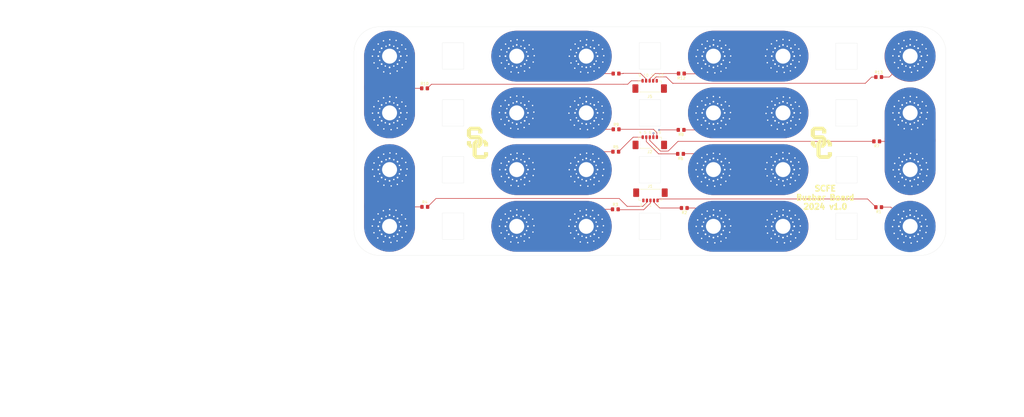
<source format=kicad_pcb>
(kicad_pcb (version 20240108) (generator "pcbnew") (generator_version "8.0")
  (layers (0 "F.Cu" signal) (1 "In1.Cu" signal) (2 "In2.Cu" signal) (3 "In3.Cu" signal) (4 "In4.Cu" signal) (31 "B.Cu" signal) (34 "B.Paste" user) (35 "F.Paste" user) (36 "B.SilkS" user "B.Silkscreen") (37 "F.SilkS" user "F.Silkscreen") (38 "B.Mask" user) (39 "F.Mask" user) (44 "Edge.Cuts" user))
  (net 0 "")
  (net 1 "Net-(H1-Pad1)")
  (net 2 "Net-(H24-Pad1)")
  (net 3 "Net-(J5-Pin_4)")
  (net 4 "Net-(J5-Pin_3)")
  (net 5 "Net-(H10-Pad1)")
  (net 6 "Net-(H22-Pad1)")
  (net 7 "Net-(H20-Pad1)")
  (net 8 "Net-(J5-Pin_2)")
  (net 9 "Net-(H18-Pad1)")
  (net 10 "Net-(J5-Pin_1)")
  (net 11 "Net-(H16-Pad1)")
  (net 12 "Net-(H14-Pad1)")
  (net 13 "Net-(H12-Pad1)")
  (net 14 "Net-(H8-Pad1)")
  (net 15 "Net-(J1-Pin_4)")
  (net 16 "Net-(H6-Pad1)")
  (net 17 "Net-(H4-Pad1)")
  (net 18 "Net-(J1-Pin_3)")
  (net 19 "Net-(H2-Pad1)")
  (net 20 "Net-(J1-Pin_2)")
  (net 21 "Net-(J1-Pin_1)")
  (net 24 "Net-(J2-Pin_5)")
  (net 25 "Net-(J2-Pin_4)")
  (net 26 "Net-(J2-Pin_3)")
  (net 27 "Net-(J2-Pin_2)")
  (net 28 "Net-(J2-Pin_1)")
  (footprint "MountingHole:MountingHole_5.3mm_M5_Pad_Via" (layer "F.Cu") (at 167.82 105.9)
    (property "Reference" "H3" (hide yes))
    (property "Value" "MountingHole_Pad")
  )
  (footprint "MountingHole:MountingHole_5.3mm_M5_Pad_Via" (layer "F.Cu") (at 192.44 105.9)
    (property "Reference" "H2" (hide yes))
    (property "Value" "MountingHole_Pad")
  )
  (footprint "MountingHole:MountingHole_5.3mm_M5_Pad_Via" (layer "F.Cu") (at 192.44 65.7)
    (property "Reference" "H14" (hide yes))
    (property "Value" "MountingHole_Pad")
  )
  (footprint "LOGO" (layer "F.Cu") (at 206 76.3)
    (property "Reference" "G***" (hide yes))
    (property "Value" "LOGO" (hide yes))
  )
  (footprint "Resistor_SMD:R_0805_2012Metric_Pad1.20x1.40mm_HandSolder" (layer "F.Cu") (at 226.3 99.1 180)
    (property "Reference" "R1")
    (property "Value" "RL0805FR-070R25L")
  )
  (footprint "Resistor_SMD:R_0805_2012Metric_Pad1.20x1.40mm_HandSolder" (layer "F.Cu") (at 156.375 71.725 180)
    (property "Reference" "R8")
    (property "Value" "RL0805FR-070R25L")
  )
  (footprint "LOGO" (layer "F.Cu") (at 84.3 76.3)
    (property "Reference" "G***" (hide yes))
    (property "Value" "LOGO" (hide yes))
  )
  (footprint "MountingHole:MountingHole_5.3mm_M5_Pad_Via" (layer "F.Cu") (at 53.2 85.8)
    (property "Reference" "H7" (hide yes))
    (property "Value" "MountingHole_Pad")
  )
  (footprint "MountingHole:MountingHole_5.3mm_M5_Pad_Via" (layer "F.Cu") (at 53.2 105.9)
    (property "Reference" "H6" (hide yes))
    (property "Value" "MountingHole_Pad")
  )
  (footprint "MountingHole:MountingHole_5.3mm_M5_Pad_Via" (layer "F.Cu") (at 237.44 105.9)
    (property "Reference" "H1" (hide yes))
    (property "Value" "MountingHole_Pad")
  )
  (footprint "MountingHole:MountingHole_5.3mm_M5_Pad_Via" (layer "F.Cu") (at 192.44 85.8)
    (property "Reference" "H11" (hide yes))
    (property "Value" "MountingHole_Pad")
  )
  (footprint "MountingHole:MountingHole_5.3mm_M5_Pad_Via" (layer "F.Cu") (at 53.2 45.6)
    (property "Reference" "H19" (hide yes))
    (property "Value" "MountingHole_Pad")
  )
  (footprint "Resistor_SMD:R_0805_2012Metric_Pad1.20x1.40mm_HandSolder" (layer "F.Cu") (at 156.475 51.75 180)
    (property "Reference" "R12")
    (property "Value" "RL0805FR-070R25L")
  )
  (footprint "MountingHole:MountingHole_5.3mm_M5_Pad_Via" (layer "F.Cu") (at 53.2 65.7)
    (property "Reference" "H18" (hide yes))
    (property "Value" "MountingHole_Pad")
  )
  (footprint "Connector_Molex:Molex_PicoBlade_53398-0571_1x05-1MP_P1.25mm_Vertical" (layer "F.Cu") (at 145.3 75.55)
    (property "Reference" "J2")
    (property "Value" "Conn_01x05_Socket")
  )
  (footprint "Resistor_SMD:R_0805_2012Metric_Pad1.20x1.40mm_HandSolder" (layer "F.Cu") (at 226.3 53)
    (property "Reference" "R13")
    (property "Value" "RL0805FR-070R25L")
  )
  (footprint "MountingHole:MountingHole_5.3mm_M5_Pad_Via" (layer "F.Cu") (at 167.82 85.8)
    (property "Reference" "H10" (hide yes))
    (property "Value" "MountingHole_Pad")
  )
  (footprint "Resistor_SMD:R_0805_2012Metric_Pad1.20x1.40mm_HandSolder" (layer "F.Cu") (at 133.1 99.875)
    (property "Reference" "R3")
    (property "Value" "RL0805FR-070R25L")
  )
  (footprint "MountingHole:MountingHole_5.3mm_M5_Pad_Via" (layer "F.Cu") (at 122.82 105.9)
    (property "Reference" "H4" (hide yes))
    (property "Value" "MountingHole_Pad")
  )
  (footprint "MountingHole:MountingHole_5.3mm_M5_Pad_Via" (layer "F.Cu") (at 98.2 85.8)
    (property "Reference" "H8" (hide yes))
    (property "Value" "MountingHole_Pad")
  )
  (footprint "MountingHole:MountingHole_5.3mm_M5_Pad_Via" (layer "F.Cu") (at 237.44 85.8)
    (property "Reference" "H12" (hide yes))
    (property "Value" "MountingHole_Pad")
  )
  (footprint "MountingHole:MountingHole_5.3mm_M5_Pad_Via" (layer "F.Cu") (at 122.82 65.7)
    (property "Reference" "H16" (hide yes))
    (property "Value" "MountingHole_Pad")
  )
  (footprint "Resistor_SMD:R_0805_2012Metric_Pad1.20x1.40mm_HandSolder" (layer "F.Cu") (at 65.575 57)
    (property "Reference" "R10")
    (property "Value" "RL0805FR-070R25L")
  )
  (footprint "MountingHole:MountingHole_5.3mm_M5_Pad_Via" (layer "F.Cu") (at 98.2 65.7)
    (property "Reference" "H17" (hide yes))
    (property "Value" "MountingHole_Pad")
  )
  (footprint "MountingHole:MountingHole_5.3mm_M5_Pad_Via" (layer "F.Cu") (at 237.44 65.7)
    (property "Reference" "H13" (hide yes))
    (property "Value" "MountingHole_Pad")
  )
  (footprint "MountingHole:MountingHole_5.3mm_M5_Pad_Via" (layer "F.Cu") (at 122.82 85.8)
    (property "Reference" "H9" (hide yes))
    (property "Value" "MountingHole_Pad")
  )
  (footprint "Resistor_SMD:R_0805_2012Metric_Pad1.20x1.40mm_HandSolder" (layer "F.Cu") (at 65.6625 99)
    (property "Reference" "R4")
    (property "Value" "RL0805FR-070R25L")
  )
  (footprint "MountingHole:MountingHole_5.3mm_M5_Pad_Via" (layer "F.Cu") (at 167.82 65.7)
    (property "Reference" "H15" (hide yes))
    (property "Value" "MountingHole_Pad")
  )
  (footprint "Resistor_SMD:R_0805_2012Metric_Pad1.20x1.40mm_HandSolder" (layer "F.Cu") (at 133.375 71.525)
    (property "Reference" "R9")
    (property "Value" "RL0805FR-070R25L")
  )
  (footprint "MountingHole:MountingHole_5.3mm_M5_Pad_Via" (layer "F.Cu") (at 98.2 105.9)
    (property "Reference" "H5" (hide yes))
    (property "Value" "MountingHole_Pad")
  )
  (footprint "Resistor_SMD:R_0805_2012Metric_Pad1.20x1.40mm_HandSolder" (layer "F.Cu") (at 225.6 75.8 180)
    (property "Reference" "R7")
    (property "Value" "RL0805FR-070R25L")
  )
  (footprint "Connector_Molex:Molex_PicoBlade_53398-0571_1x05-1MP_P1.25mm_Vertical" (layer "F.Cu") (at 145.525 95.475 180)
    (property "Reference" "J1")
    (property "Value" "Conn_01x05_Socket")
  )
  (footprint "Resistor_SMD:R_0805_2012Metric_Pad1.20x1.40mm_HandSolder" (layer "F.Cu") (at 156.175 80.225 180)
    (property "Reference" "R6")
    (property "Value" "RL0805FR-070R25L")
  )
  (footprint "MountingHole:MountingHole_5.3mm_M5_Pad_Via" (layer "F.Cu") (at 192.44 45.6)
    (property "Reference" "H23" (hide yes))
    (property "Value" "MountingHole_Pad")
  )
  (footprint "Resistor_SMD:R_0805_2012Metric_Pad1.20x1.40mm_HandSolder" (layer "F.Cu") (at 133.35 51.775)
    (property "Reference" "R11" (hide yes))
    (property "Value" "RL0805FR-070R25L")
  )
  (footprint "MountingHole:MountingHole_5.3mm_M5_Pad_Via" (layer "F.Cu") (at 98.2 45.6)
    (property "Reference" "H20" (hide yes))
    (property "Value" "MountingHole_Pad")
  )
  (footprint "Resistor_SMD:R_0805_2012Metric_Pad1.20x1.40mm_HandSolder" (layer "F.Cu") (at 157.5 99.4 180)
    (property "Reference" "R2")
    (property "Value" "RL0805FR-070R25L")
  )
  (footprint "MountingHole:MountingHole_5.3mm_M5_Pad_Via" (layer "F.Cu") (at 167.82 45.6)
    (property "Reference" "H22" (hide yes))
    (property "Value" "MountingHole_Pad")
  )
  (footprint "MountingHole:MountingHole_5.3mm_M5_Pad_Via" (layer "F.Cu") (at 237.44 45.6)
    (property "Reference" "H24" (hide yes))
    (property "Value" "MountingHole_Pad")
  )
  (footprint "MountingHole:MountingHole_5.3mm_M5_Pad_Via" (layer "F.Cu") (at 122.82 45.6)
    (property "Reference" "H21" (hide yes))
    (property "Value" "MountingHole_Pad")
  )
  (footprint "Connector_Molex:Molex_PicoBlade_53398-0571_1x05-1MP_P1.25mm_Vertical" (layer "F.Cu") (at 145.25 55.575)
    (property "Reference" "J5")
    (property "Value" "Conn_01x05_Socket")
  )
  (footprint "Resistor_SMD:R_0805_2012Metric_Pad1.20x1.40mm_HandSolder" (layer "F.Cu") (at 133.25 79.45)
    (property "Reference" "R5")
    (property "Value" "RL0805FR-070R25L")
  )
  (gr_rect (start 71.9 61.05) (end 79.5 70.4) (stroke (width 0.05)) (fill none) (layer "Edge.Cuts"))
  (gr_arc (start 241.2 35.200001) (mid 247.533543 37.905598) (end 250.100035 44.296775) (stroke (width 0.05)) (layer "Edge.Cuts"))
  (gr_rect (start 141.5 101.25) (end 149.1 110.6) (stroke (width 0.05)) (fill none) (layer "Edge.Cuts"))
  (gr_rect (start 211.1 61.05) (end 218.7 70.4) (stroke (width 0.05)) (fill none) (layer "Edge.Cuts"))
  (gr_arc (start 40.603226 44.100035) (mid 43.308823 37.766492) (end 49.7 35.2) (stroke (width 0.05)) (layer "Edge.Cuts"))
  (gr_rect (start 141.5 61.05) (end 149.1 70.4) (stroke (width 0.05)) (fill none) (layer "Edge.Cuts"))
  (gr_line (start 250.100035 44.296775) (end 250.096774 107.299965) (stroke (width 0.05)) (layer "Edge.Cuts"))
  (gr_line (start 49.7 35.2) (end 241.2 35.200001) (stroke (width 0.05)) (layer "Edge.Cuts"))
  (gr_rect (start 141.5 40.85) (end 149.1 50.2) (stroke (width 0.05)) (fill none) (layer "Edge.Cuts"))
  (gr_rect (start 211.1 101.25) (end 218.7 110.6) (stroke (width 0.05)) (fill none) (layer "Edge.Cuts"))
  (gr_rect (start 71.9 40.9) (end 79.5 50.25) (stroke (width 0.05)) (fill none) (layer "Edge.Cuts"))
  (gr_rect (start 71.9 101.15) (end 79.5 110.5) (stroke (width 0.05)) (fill none) (layer "Edge.Cuts"))
  (gr_rect (start 141.5 81.15) (end 149.1 90.5) (stroke (width 0.05)) (fill none) (layer "Edge.Cuts"))
  (gr_line (start 40.6 107.1) (end 40.603226 44.100035) (stroke (width 0.05)) (layer "Edge.Cuts"))
  (gr_rect (start 211.2 81.15) (end 218.7 90.5) (stroke (width 0.05)) (fill none) (layer "Edge.Cuts"))
  (gr_rect (start 71.9 81.15) (end 79.5 90.5) (stroke (width 0.05)) (fill none) (layer "Edge.Cuts"))
  (gr_rect (start 211.1 40.95) (end 218.7 50.3) (stroke (width 0.05)) (fill none) (layer "Edge.Cuts"))
  (gr_line (start 241 116.2) (end 49.500035 116.196774) (stroke (width 0.05)) (layer "Edge.Cuts"))
  (gr_arc (start 49.500035 116.196774) (mid 43.166492 113.491177) (end 40.6 107.1) (stroke (width 0.05)) (layer "Edge.Cuts"))
  (gr_arc (start 250.096774 107.299965) (mid 247.391177 113.633508) (end 241 116.2) (stroke (width 0.05)) (layer "Edge.Cuts"))
  (gr_text "3 2 1 -1" (at 141.6 99 0) (layer "F.SilkS") (effects (font (size 1 1) (thickness 0.1)) (justify left bottom)))
  (gr_text "SCFE\nBusbar Board\n2024 v1.0" (at 207.4 100.1 0) (layer "F.SilkS") (effects (font (size 2 2) (thickness 0.5)) (justify bottom)))
  (gr_text "4 5 6 7 8" (at 141.4 73.2 0) (layer "F.SilkS") (effects (font (size 1 1) (thickness 0.1)) (justify left bottom)))
  (gr_text "9 10 11 12" (at 141.2 53 0) (layer "F.SilkS") (effects (font (size 1 1) (thickness 0.1)) (justify left bottom)))
  (segment (start 227.3 99.1) (end 230.64 99.1) (width 0.2) (layer "F.Cu") (net 1))
  (segment (start 237.44 105.9) (end 237.4 105.9) (width 18) (layer "F.Cu") (net 1))
  (segment (start 230.64 99.1) (end 237.44 105.9) (width 0.2) (layer "F.Cu") (net 1))
  (via (at 242.95 103.5) (size 1) (drill 0.5) (layers "F.Cu" "B.Cu") (net 1))
  (via (at 237.8 111.83) (size 1) (drill 0.5) (layers "F.Cu" "B.Cu") (net 1))
  (via (at 235.94 109.4) (size 1) (drill 0.5) (layers "F.Cu" "B.Cu") (net 1))
  (via (at 235.21 111.58) (size 1) (drill 0.5) (layers "F.Cu" "B.Cu") (net 1))
  (via (at 235.13 100.58) (size 1) (drill 0.5) (layers "F.Cu" "B.Cu") (net 1))
  (via (at 236.19 102.4) (size 1) (drill 0.5) (layers "F.Cu" "B.Cu") (net 1))
  (via (at 231.22 106) (size 1) (drill 0.5) (layers "F.Cu" "B.Cu") (net 1))
  (via (at 243.05 108.07) (size 1) (drill 0.5) (layers "F.Cu" "B.Cu") (net 1))
  (via (at 243.4 105.84) (size 1) (drill 0.5) (layers "F.Cu" "B.Cu") (net 1))
  (via (at 239.97 111.29) (size 1) (drill 0.5) (layers "F.Cu" "B.Cu") (net 1))
  (via (at 231.8 108.39) (size 1) (drill 0.5) (layers "F.Cu" "B.Cu") (net 1))
  (via (at 240.94 104.4) (size 1) (drill 0.5) (layers "F.Cu" "B.Cu") (net 1))
  (via (at 239.6 100.44) (size 1) (drill 0.5) (layers "F.Cu" "B.Cu") (net 1))
  (via (at 233.94 107.4) (size 1) (drill 0.5) (layers "F.Cu" "B.Cu") (net 1))
  (via (at 241.62 102.04) (size 1) (drill 0.5) (layers "F.Cu" "B.Cu") (net 1))
  (via (at 233.13 110.25) (size 1) (drill 0.5) (layers "F.Cu" "B.Cu") (net 1))
  (via (at 241.75 110.07) (size 1) (drill 0.5) (layers "F.Cu" "B.Cu") (net 1))
  (via (at 238.94 102.4) (size 1) (drill 0.5) (layers "F.Cu" "B.Cu") (net 1))
  (via (at 231.72 103.71) (size 1) (drill 0.5) (layers "F.Cu" "B.Cu") (net 1))
  (via (at 240.94 107.4) (size 1) (drill 0.5) (layers "F.Cu" "B.Cu") (net 1))
  (via (at 233.94 104.4) (size 1) (drill 0.5) (layers "F.Cu" "B.Cu") (net 1))
  (via (at 237.36 100.15) (size 1) (drill 0.5) (layers "F.Cu" "B.Cu") (net 1))
  (via (at 238.94 109.4) (size 1) (drill 0.5) (layers "F.Cu" "B.Cu") (net 1))
  (via (at 233.27 101.72) (size 1) (drill 0.5) (layers "F.Cu" "B.Cu") (net 1))
  (segment (start 237.39 105.95) (end 237.39 106.01) (width 18) (layer "B.Cu") (net 1))
  (segment (start 237.44 105.9) (end 237.39 105.95) (width 18) (layer "B.Cu") (net 1))
  (segment (start 237.05 45.33) (end 237.38 45.66) (width 0.2) (layer "F.Cu") (net 2))
  (segment (start 230.04 53) (end 237.38 45.66) (width 0.2) (layer "F.Cu") (net 2))
  (segment (start 237.44 45.6) (end 237.38 45.66) (width 18) (layer "F.Cu") (net 2))
  (segment (start 227.3 53) (end 230.04 53) (width 0.2) (layer "F.Cu") (net 2))
  (via (at 237.92 51.3) (size 1) (drill 0.5) (layers "F.Cu" "B.Cu") (net 2))
  (via (at 243.52 45.31) (size 1) (drill 0.5) (layers "F.Cu" "B.Cu") (net 2))
  (via (at 233.39 41.19) (size 1) (drill 0.5) (layers "F.Cu" "B.Cu") (net 2))
  (via (at 235.25 40.05) (size 1) (drill 0.5) (layers "F.Cu" "B.Cu") (net 2))
  (via (at 231.92 47.86) (size 1) (drill 0.5) (layers "F.Cu" "B.Cu") (net 2))
  (via (at 233.94 47.1) (size 1) (drill 0.5) (layers "F.Cu" "B.Cu") (net 2))
  (via (at 231.34 45.47) (size 1) (drill 0.5) (layers "F.Cu" "B.Cu") (net 2))
  (via (at 235.94 49.1) (size 1) (drill 0.5) (layers "F.Cu" "B.Cu") (net 2))
  (via (at 238.94 49.1) (size 1) (drill 0.5) (layers "F.Cu" "B.Cu") (net 2))
  (via (at 241.74 41.51) (size 1) (drill 0.5) (layers "F.Cu" "B.Cu") (net 2))
  (via (at 233.25 49.72) (size 1) (drill 0.5) (layers "F.Cu" "B.Cu") (net 2))
  (via (at 241.87 49.54) (size 1) (drill 0.5) (layers "F.Cu" "B.Cu") (net 2))
  (via (at 233.94 44.1) (size 1) (drill 0.5) (layers "F.Cu" "B.Cu") (net 2))
  (via (at 235.33 51.05) (size 1) (drill 0.5) (layers "F.Cu" "B.Cu") (net 2))
  (via (at 243.17 47.54) (size 1) (drill 0.5) (layers "F.Cu" "B.Cu") (net 2))
  (via (at 239.72 39.91) (size 1) (drill 0.5) (layers "F.Cu" "B.Cu") (net 2))
  (via (at 236.19 42.1) (size 1) (drill 0.5) (layers "F.Cu" "B.Cu") (net 2))
  (via (at 243.07 42.97) (size 1) (drill 0.5) (layers "F.Cu" "B.Cu") (net 2))
  (via (at 237.48 39.62) (size 1) (drill 0.5) (layers "F.Cu" "B.Cu") (net 2))
  (via (at 238.94 42.1) (size 1) (drill 0.5) (layers "F.Cu" "B.Cu") (net 2))
  (via (at 240.94 47.1) (size 1) (drill 0.5) (layers "F.Cu" "B.Cu") (net 2))
  (via (at 240.94 44.1) (size 1) (drill 0.5) (layers "F.Cu" "B.Cu") (net 2))
  (via (at 240.09 50.76) (size 1) (drill 0.5) (layers "F.Cu" "B.Cu") (net 2))
  (via (at 231.84 43.18) (size 1) (drill 0.5) (layers "F.Cu" "B.Cu") (net 2))
  (segment (start 237.44 45.6) (end 237.44 45.57) (width 18) (layer "B.Cu") (net 2))
  (segment (start 146.5 54) (end 147.55 52.95) (width 0.2) (layer "F.Cu") (net 3))
  (segment (start 146.5 54.325) (end 146.5 54) (width 0.2) (layer "F.Cu") (net 3))
  (segment (start 221.575 55.225) (end 223.8 53) (width 0.2) (layer "F.Cu") (net 3))
  (segment (start 153.55 55.225) (end 221.575 55.225) (width 0.2) (layer "F.Cu") (net 3))
  (segment (start 223.8 53) (end 225.3 53) (width 0.2) (layer "F.Cu") (net 3))
  (segment (start 147.55 52.95) (end 151.125 52.95) (width 0.2) (layer "F.Cu") (net 3))
  (segment (start 153.4 55.225) (end 153.55 55.225) (width 0.2) (layer "F.Cu") (net 3))
  (segment (start 151.125 52.95) (end 153.4 55.225) (width 0.2) (layer "F.Cu") (net 3))
  (segment (start 145.25 54.325) (end 145.25 53.675) (width 0.2) (layer "F.Cu") (net 4))
  (segment (start 155.475 51.75) (end 147.175 51.75) (width 0.2) (layer "F.Cu") (net 4))
  (segment (start 155.4 51.825) (end 155.475 51.75) (width 0.2) (layer "F.Cu") (net 4))
  (segment (start 145.25 53.675) (end 147.175 51.75) (width 0.2) (layer "F.Cu") (net 4))
  (segment (start 167.82 85.8) (end 192.44 85.8) (width 18) (layer "F.Cu") (net 5))
  (segment (start 157.175 80.225) (end 157.25 80.15) (width 0.2) (layer "F.Cu") (net 5))
  (segment (start 157.25 80.15) (end 161.295 80.15) (width 0.2) (layer "F.Cu") (net 5))
  (via (at 194.64 80.06) (size 1) (drill 0.5) (layers "F.Cu" "B.Cu") (net 5))
  (via (at 162.25 88.25) (size 1) (drill 0.5) (layers "F.Cu" "B.Cu") (net 5))
  (via (at 198.44 85.46) (size 1) (drill 0.5) (layers "F.Cu" "B.Cu") (net 5))
  (via (at 188.31 81.34) (size 1) (drill 0.5) (layers "F.Cu" "B.Cu") (net 5))
  (via (at 190.94 89.3) (size 1) (drill 0.5) (layers "F.Cu" "B.Cu") (net 5))
  (via (at 190.17 80.2) (size 1) (drill 0.5) (layers "F.Cu" "B.Cu") (net 5))
  (via (at 164.32 87.3) (size 1) (drill 0.5) (layers "F.Cu" "B.Cu") (net 5))
  (via (at 173.4 83.36) (size 1) (drill 0.5) (layers "F.Cu" "B.Cu") (net 5))
  (via (at 193.94 82.3) (size 1) (drill 0.5) (layers "F.Cu" "B.Cu") (net 5))
  (via (at 195.94 84.3) (size 1) (drill 0.5) (layers "F.Cu" "B.Cu") (net 5))
  (via (at 173.5 87.93) (size 1) (drill 0.5) (layers "F.Cu" "B.Cu") (net 5))
  (via (at 161.67 85.86) (size 1) (drill 0.5) (layers "F.Cu" "B.Cu") (net 5))
  (via (at 191.19 82.3) (size 1) (drill 0.5) (layers "F.Cu" "B.Cu") (net 5))
  (via (at 162.17 83.57) (size 1) (drill 0.5) (layers "F.Cu" "B.Cu") (net 5))
  (via (at 172.2 89.93) (size 1) (drill 0.5) (layers "F.Cu" "B.Cu") (net 5))
  (via (at 186.84 88.01) (size 1) (drill 0.5) (layers "F.Cu" "B.Cu") (net 5))
  (via (at 196.79 89.69) (size 1) (drill 0.5) (layers "F.Cu" "B.Cu") (net 5))
  (via (at 192.84 91.45) (size 1) (drill 0.5) (layers "F.Cu" "B.Cu") (net 5))
  (via (at 169.32 89.3) (size 1) (drill 0.5) (layers "F.Cu" "B.Cu") (net 5))
  (via (at 186.26 85.62) (size 1) (drill 0.5) (layers "F.Cu" "B.Cu") (net 5))
  (via (at 166.32 89.3) (size 1) (drill 0.5) (layers "F.Cu" "B.Cu") (net 5))
  (via (at 188.17 89.87) (size 1) (drill 0.5) (layers "F.Cu" "B.Cu") (net 5))
  (via (at 166.57 82.3) (size 1) (drill 0.5) (layers "F.Cu" "B.Cu") (net 5))
  (via (at 170.05 80.3) (size 1) (drill 0.5) (layers "F.Cu" "B.Cu") (net 5))
  (via (at 170.42 91.15) (size 1) (drill 0.5) (layers "F.Cu" "B.Cu") (net 5))
  (via (at 165.58 80.44) (size 1) (drill 0.5) (layers "F.Cu" "B.Cu") (net 5))
  (via (at 192.4 79.77) (size 1) (drill 0.5) (layers "F.Cu" "B.Cu") (net 5))
  (via (at 168.25 91.69) (size 1) (drill 0.5) (layers "F.Cu" "B.Cu") (net 5))
  (via (at 169.32 82.3) (size 1) (drill 0.5) (layers "F.Cu" "B.Cu") (net 5))
  (via (at 186.76 83.33) (size 1) (drill 0.5) (layers "F.Cu" "B.Cu") (net 5))
  (via (at 171.32 87.3) (size 1) (drill 0.5) (layers "F.Cu" "B.Cu") (net 5))
  (via (at 190.25 91.2) (size 1) (drill 0.5) (layers "F.Cu" "B.Cu") (net 5))
  (via (at 163.58 90.11) (size 1) (drill 0.5) (layers "F.Cu" "B.Cu") (net 5))
  (via (at 172.07 81.9) (size 1) (drill 0.5) (layers "F.Cu" "B.Cu") (net 5))
  (via (at 198.09 87.69) (size 1) (drill 0.5) (layers "F.Cu" "B.Cu") (net 5))
  (via (at 195.01 90.91) (size 1) (drill 0.5) (layers "F.Cu" "B.Cu") (net 5))
  (via (at 188.94 87.3) (size 1) (drill 0.5) (layers "F.Cu" "B.Cu") (net 5))
  (via (at 188.94 84.3) (size 1) (drill 0.5) (layers "F.Cu" "B.Cu") (net 5))
  (via (at 171.32 84.3) (size 1) (drill 0.5) (layers "F.Cu" "B.Cu") (net 5))
  (via (at 163.72 81.58) (size 1) (drill 0.5) (layers "F.Cu" "B.Cu") (net 5))
  (via (at 195.94 87.3) (size 1) (drill 0.5) (layers "F.Cu" "B.Cu") (net 5))
  (via (at 193.94 89.3) (size 1) (drill 0.5) (layers "F.Cu" "B.Cu") (net 5))
  (via (at 165.66 91.44) (size 1) (drill 0.5) (layers "F.Cu" "B.Cu") (net 5))
  (via (at 173.85 85.7) (size 1) (drill 0.5) (layers "F.Cu" "B.Cu") (net 5))
  (via (at 196.66 81.66) (size 1) (drill 0.5) (layers "F.Cu" "B.Cu") (net 5))
  (via (at 197.99 83.12) (size 1) (drill 0.5) (layers "F.Cu" "B.Cu") (net 5))
  (via (at 167.81 80.01) (size 1) (drill 0.5) (layers "F.Cu" "B.Cu") (net 5))
  (via (at 164.32 84.3) (size 1) (drill 0.5) (layers "F.Cu" "B.Cu") (net 5))
  (segment (start 167.82 85.8) (end 192.44 85.8) (width 18) (layer "B.Cu") (net 5))
  (segment (start 192.54 45.5) (end 192.44 45.6) (width 0.2) (layer "F.Cu") (net 6))
  (segment (start 157.5 51.775) (end 157.575 51.85) (width 0.2) (layer "F.Cu") (net 6))
  (segment (start 157.575 51.85) (end 161.57 51.85) (width 0.2) (layer "F.Cu") (net 6))
  (segment (start 161.57 51.85) (end 167.82 45.6) (width 0.2) (layer "F.Cu") (net 6))
  (segment (start 167.82 45.6) (end 192.44 45.6) (width 18) (layer "F.Cu") (net 6))
  (via (at 194.68 39.97) (size 1) (drill 0.5) (layers "F.Cu" "B.Cu") (net 6))
  (via (at 171.32 44.1) (size 1) (drill 0.5) (layers "F.Cu" "B.Cu") (net 6))
  (via (at 195.94 47.1) (size 1) (drill 0.5) (layers "F.Cu" "B.Cu") (net 6))
  (via (at 188.94 47.1) (size 1) (drill 0.5) (layers "F.Cu" "B.Cu") (net 6))
  (via (at 188.94 44.1) (size 1) (drill 0.5) (layers "F.Cu" "B.Cu") (net 6))
  (via (at 191.19 42.1) (size 1) (drill 0.5) (layers "F.Cu" "B.Cu") (net 6))
  (via (at 167.88 39.85) (size 1) (drill 0.5) (layers "F.Cu" "B.Cu") (net 6))
  (via (at 162.24 43.41) (size 1) (drill 0.5) (layers "F.Cu" "B.Cu") (net 6))
  (via (at 190.94 49.1) (size 1) (drill 0.5) (layers "F.Cu" "B.Cu") (net 6))
  (via (at 195.94 44.1) (size 1) (drill 0.5) (layers "F.Cu" "B.Cu") (net 6))
  (via (at 163.79 41.42) (size 1) (drill 0.5) (layers "F.Cu" "B.Cu") (net 6))
  (via (at 172.14 41.74) (size 1) (drill 0.5) (layers "F.Cu" "B.Cu") (net 6))
  (via (at 165.65 40.28) (size 1) (drill 0.5) (layers "F.Cu" "B.Cu") (net 6))
  (via (at 186.88 47.92) (size 1) (drill 0.5) (layers "F.Cu" "B.Cu") (net 6))
  (via (at 198.13 47.6) (size 1) (drill 0.5) (layers "F.Cu" "B.Cu") (net 6))
  (via (at 166.32 49.1) (size 1) (drill 0.5) (layers "F.Cu" "B.Cu") (net 6))
  (via (at 193.94 42.1) (size 1) (drill 0.5) (layers "F.Cu" "B.Cu") (net 6))
  (via (at 161.74 45.7) (size 1) (drill 0.5) (layers "F.Cu" "B.Cu") (net 6))
  (via (at 168.32 51.53) (size 1) (drill 0.5) (layers "F.Cu" "B.Cu") (net 6))
  (via (at 196.7 41.57) (size 1) (drill 0.5) (layers "F.Cu" "B.Cu") (net 6))
  (via (at 190.29 51.11) (size 1) (drill 0.5) (layers "F.Cu" "B.Cu") (net 6))
  (via (at 173.92 45.54) (size 1) (drill 0.5) (layers "F.Cu" "B.Cu") (net 6))
  (via (at 170.12 40.14) (size 1) (drill 0.5) (layers "F.Cu" "B.Cu") (net 6))
  (via (at 169.32 42.1) (size 1) (drill 0.5) (layers "F.Cu" "B.Cu") (net 6))
  (via (at 186.3 45.53) (size 1) (drill 0.5) (layers "F.Cu" "B.Cu") (net 6))
  (via (at 195.05 50.82) (size 1) (drill 0.5) (layers "F.Cu" "B.Cu") (net 6))
  (via (at 172.27 49.77) (size 1) (drill 0.5) (layers "F.Cu" "B.Cu") (net 6))
  (via (at 166.57 42.1) (size 1) (drill 0.5) (layers "F.Cu" "B.Cu") (net 6))
  (via (at 196.83 49.6) (size 1) (drill 0.5) (layers "F.Cu" "B.Cu") (net 6))
  (via (at 188.21 49.78) (size 1) (drill 0.5) (layers "F.Cu" "B.Cu") (net 6))
  (via (at 163.65 49.95) (size 1) (drill 0.5) (layers "F.Cu" "B.Cu") (net 6))
  (via (at 192.88 51.36) (size 1) (drill 0.5) (layers "F.Cu" "B.Cu") (net 6))
  (via (at 186.8 43.24) (size 1) (drill 0.5) (layers "F.Cu" "B.Cu") (net 6))
  (via (at 173.57 47.77) (size 1) (drill 0.5) (layers "F.Cu" "B.Cu") (net 6))
  (via (at 170.49 50.99) (size 1) (drill 0.5) (layers "F.Cu" "B.Cu") (net 6))
  (via (at 164.32 44.1) (size 1) (drill 0.5) (layers "F.Cu" "B.Cu") (net 6))
  (via (at 162.32 48.09) (size 1) (drill 0.5) (layers "F.Cu" "B.Cu") (net 6))
  (via (at 169.32 49.1) (size 1) (drill 0.5) (layers "F.Cu" "B.Cu") (net 6))
  (via (at 198.48 45.37) (size 1) (drill 0.5) (layers "F.Cu" "B.Cu") (net 6))
  (via (at 165.73 51.28) (size 1) (drill 0.5) (layers "F.Cu" "B.Cu") (net 6))
  (via (at 190.21 40.11) (size 1) (drill 0.5) (layers "F.Cu" "B.Cu") (net 6))
  (via (at 192.44 39.68) (size 1) (drill 0.5) (layers "F.Cu" "B.Cu") (net 6))
  (via (at 164.32 47.1) (size 1) (drill 0.5) (layers "F.Cu" "B.Cu") (net 6))
  (via (at 188.35 41.25) (size 1) (drill 0.5) (layers "F.Cu" "B.Cu") (net 6))
  (via (at 171.32 47.1) (size 1) (drill 0.5) (layers "F.Cu" "B.Cu") (net 6))
  (via (at 198.03 43.03) (size 1) (drill 0.5) (layers "F.Cu" "B.Cu") (net 6))
  (via (at 173.47 43.2) (size 1) (drill 0.5) (layers "F.Cu" "B.Cu") (net 6))
  (via (at 193.94 49.1) (size 1) (drill 0.5) (layers "F.Cu" "B.Cu") (net 6))
  (segment (start 167.82 45.6) (end 192.44 45.6) (width 18) (layer "B.Cu") (net 6))
  (segment (start 128.995 51.775) (end 122.82 45.6) (width 0.2) (layer "F.Cu") (net 7))
  (segment (start 132.35 51.775) (end 128.995 51.775) (width 0.2) (layer "F.Cu") (net 7))
  (segment (start 93.2 50.6) (end 98.2 45.6) (width 0.2) (layer "F.Cu") (net 7))
  (segment (start 98.2 45.6) (end 122.82 45.6) (width 18) (layer "F.Cu") (net 7))
  (segment (start 122.17 45.85) (end 121.92 45.6) (width 0.2) (layer "F.Cu") (net 7))
  (via (at 92.79 48) (size 1) (drill 0.5) (layers "F.Cu" "B.Cu") (net 7))
  (via (at 103.94 43.11) (size 1) (drill 0.5) (layers "F.Cu" "B.Cu") (net 7))
  (via (at 94.7 44.1) (size 1) (drill 0.5) (layers "F.Cu" "B.Cu") (net 7))
  (via (at 99.7 49.1) (size 1) (drill 0.5) (layers "F.Cu" "B.Cu") (net 7))
  (via (at 117.33 43.32) (size 1) (drill 0.5) (layers "F.Cu" "B.Cu") (net 7))
  (via (at 104.04 47.68) (size 1) (drill 0.5) (layers "F.Cu" "B.Cu") (net 7))
  (via (at 126.32 44.35) (size 1) (drill 0.5) (layers "F.Cu" "B.Cu") (net 7))
  (via (at 102.61 41.65) (size 1) (drill 0.5) (layers "F.Cu" "B.Cu") (net 7))
  (via (at 124.32 49.35) (size 1) (drill 0.5) (layers "F.Cu" "B.Cu") (net 7))
  (via (at 94.7 47.1) (size 1) (drill 0.5) (layers "F.Cu" "B.Cu") (net 7))
  (via (at 101.7 44.1) (size 1) (drill 0.5) (layers "F.Cu" "B.Cu") (net 7))
  (via (at 94.12 49.86) (size 1) (drill 0.5) (layers "F.Cu" "B.Cu") (net 7))
  (via (at 100.59 40.05) (size 1) (drill 0.5) (layers "F.Cu" "B.Cu") (net 7))
  (via (at 98.79 51.44) (size 1) (drill 0.5) (layers "F.Cu" "B.Cu") (net 7))
  (via (at 102.74 49.68) (size 1) (drill 0.5) (layers "F.Cu" "B.Cu") (net 7))
  (via (at 96.7 49.1) (size 1) (drill 0.5) (layers "F.Cu" "B.Cu") (net 7))
  (via (at 120.74 40.19) (size 1) (drill 0.5) (layers "F.Cu" "B.Cu") (net 7))
  (via (at 118.88 41.33) (size 1) (drill 0.5) (layers "F.Cu" "B.Cu") (net 7))
  (via (at 116.83 45.61) (size 1) (drill 0.5) (layers "F.Cu" "B.Cu") (net 7))
  (via (at 104.39 45.45) (size 1) (drill 0.5) (layers "F.Cu" "B.Cu") (net 7))
  (via (at 96.12 40.19) (size 1) (drill 0.5) (layers "F.Cu" "B.Cu") (net 7))
  (via (at 118.74 49.86) (size 1) (drill 0.5) (layers "F.Cu" "B.Cu") (net 7))
  (via (at 122.97 39.76) (size 1) (drill 0.5) (layers "F.Cu" "B.Cu") (net 7))
  (via (at 121.57 42.35) (size 1) (drill 0.5) (layers "F.Cu" "B.Cu") (net 7))
  (via (at 124.32 42.35) (size 1) (drill 0.5) (layers "F.Cu" "B.Cu") (net 7))
  (via (at 101.7 47.1) (size 1) (drill 0.5) (layers "F.Cu" "B.Cu") (net 7))
  (via (at 100.96 50.9) (size 1) (drill 0.5) (layers "F.Cu" "B.Cu") (net 7))
  (via (at 119.32 44.35) (size 1) (drill 0.5) (layers "F.Cu" "B.Cu") (net 7))
  (via (at 119.32 47.35) (size 1) (drill 0.5) (layers "F.Cu" "B.Cu") (net 7))
  (via (at 98.35 39.76) (size 1) (drill 0.5) (layers "F.Cu" "B.Cu") (net 7))
  (via (at 120.82 51.19) (size 1) (drill 0.5) (layers "F.Cu" "B.Cu") (net 7))
  (via (at 92.21 45.61) (size 1) (drill 0.5) (layers "F.Cu" "B.Cu") (net 7))
  (via (at 128.66 47.68) (size 1) (drill 0.5) (layers "F.Cu" "B.Cu") (net 7))
  (via (at 99.7 42.1) (size 1) (drill 0.5) (layers "F.Cu" "B.Cu") (net 7))
  (via (at 125.21 40.05) (size 1) (drill 0.5) (layers "F.Cu" "B.Cu") (net 7))
  (via (at 129.01 45.45) (size 1) (drill 0.5) (layers "F.Cu" "B.Cu") (net 7))
  (via (at 126.32 47.35) (size 1) (drill 0.5) (layers "F.Cu" "B.Cu") (net 7))
  (via (at 128.56 43.11) (size 1) (drill 0.5) (layers "F.Cu" "B.Cu") (net 7))
  (via (at 125.58 50.9) (size 1) (drill 0.5) (layers "F.Cu" "B.Cu") (net 7))
  (via (at 96.2 51.19) (size 1) (drill 0.5) (layers "F.Cu" "B.Cu") (net 7))
  (via (at 127.23 41.65) (size 1) (drill 0.5) (layers "F.Cu" "B.Cu") (net 7))
  (via (at 92.71 43.32) (size 1) (drill 0.5) (layers "F.Cu" "B.Cu") (net 7))
  (via (at 123.41 51.44) (size 1) (drill 0.5) (layers "F.Cu" "B.Cu") (net 7))
  (via (at 94.26 41.33) (size 1) (drill 0.5) (layers "F.Cu" "B.Cu") (net 7))
  (via (at 127.36 49.68) (size 1) (drill 0.5) (layers "F.Cu" "B.Cu") (net 7))
  (via (at 121.32 49.35) (size 1) (drill 0.5) (layers "F.Cu" "B.Cu") (net 7))
  (via (at 96.95 42.1) (size 1) (drill 0.5) (layers "F.Cu" "B.Cu") (net 7))
  (via (at 117.41 48) (size 1) (drill 0.5) (layers "F.Cu" "B.Cu") (net 7))
  (segment (start 98.2 45.6) (end 122.82 45.6) (width 18) (layer "B.Cu") (net 7))
  (segment (start 135.9 51.7) (end 142.025 51.7) (width 0.2) (layer "F.Cu") (net 8))
  (segment (start 134.35 51.775) (end 135.825 51.775) (width 0.2) (layer "F.Cu") (net 8))
  (segment (start 135.8 51.7) (end 135.9 51.7) (width 0.2) (layer "F.Cu") (net 8))
  (segment (start 142.025 51.7) (end 144 53.675) (width 0.2) (layer "F.Cu") (net 8))
  (segment (start 135.825 51.775) (end 135.9 51.7) (width 0.2) (layer "F.Cu") (net 8))
  (segment (start 144 53.675) (end 144 54.325) (width 0.2) (layer "F.Cu") (net 8))
  (segment (start 64.575 57) (end 53.48 57) (width 0.2) (layer "F.Cu") (net 9))
  (segment (start 53.2 45.6) (end 53.2 56.72) (width 18) (layer "F.Cu") (net 9))
  (segment (start 53.2 56.72) (end 53.2 65.7) (width 18) (layer "F.Cu") (net 9))
  (segment (start 53.48 57) (end 53.2 56.72) (width 0.2) (layer "F.Cu") (net 9))
  (via (at 47.64 43.3) (size 1) (drill 0.5) (layers "F.Cu" "B.Cu") (net 9))
  (via (at 49.7 67.2) (size 1) (drill 0.5) (layers "F.Cu" "B.Cu") (net 9))
  (via (at 49.08 70.05) (size 1) (drill 0.5) (layers "F.Cu" "B.Cu") (net 9))
  (via (at 47.14 45.59) (size 1) (drill 0.5) (layers "F.Cu" "B.Cu") (net 9))
  (via (at 49.19 41.31) (size 1) (drill 0.5) (layers "F.Cu" "B.Cu") (net 9))
  (via (at 51.95 62.2) (size 1) (drill 0.5) (layers "F.Cu" "B.Cu") (net 9))
  (via (at 58.87 43.09) (size 1) (drill 0.5) (layers "F.Cu" "B.Cu") (net 9))
  (via (at 51.05 40.17) (size 1) (drill 0.5) (layers "F.Cu" "B.Cu") (net 9))
  (via (at 59.32 45.43) (size 1) (drill 0.5) (layers "F.Cu" "B.Cu") (net 9))
  (via (at 49.7 44.1) (size 1) (drill 0.5) (layers "F.Cu" "B.Cu") (net 9))
  (via (at 57.57 61.84) (size 1) (drill 0.5) (layers "F.Cu" "B.Cu") (net 9))
  (via (at 47.17 65.8) (size 1) (drill 0.5) (layers "F.Cu" "B.Cu") (net 9))
  (via (at 55.89 50.88) (size 1) (drill 0.5) (layers "F.Cu" "B.Cu") (net 9))
  (via (at 51.13 51.17) (size 1) (drill 0.5) (layers "F.Cu" "B.Cu") (net 9))
  (via (at 54.7 42.1) (size 1) (drill 0.5) (layers "F.Cu" "B.Cu") (net 9))
  (via (at 56.7 47.1) (size 1) (drill 0.5) (layers "F.Cu" "B.Cu") (net 9))
  (via (at 49.22 61.52) (size 1) (drill 0.5) (layers "F.Cu" "B.Cu") (net 9))
  (via (at 51.95 42.1) (size 1) (drill 0.5) (layers "F.Cu" "B.Cu") (net 9))
  (via (at 53.44 51.73) (size 1) (drill 0.5) (layers "F.Cu" "B.Cu") (net 9))
  (via (at 56.7 67.2) (size 1) (drill 0.5) (layers "F.Cu" "B.Cu") (net 9))
  (via (at 59 67.87) (size 1) (drill 0.5) (layers "F.Cu" "B.Cu") (net 9))
  (via (at 51.16 71.38) (size 1) (drill 0.5) (layers "F.Cu" "B.Cu") (net 9))
  (via (at 57.7 69.87) (size 1) (drill 0.5) (layers "F.Cu" "B.Cu") (net 9))
  (via (at 53.28 39.74) (size 1) (drill 0.5) (layers "F.Cu" "B.Cu") (net 9))
  (via (at 57.54 41.63) (size 1) (drill 0.5) (layers "F.Cu" "B.Cu") (net 9))
  (via (at 49.7 47.1) (size 1) (drill 0.5) (layers "F.Cu" "B.Cu") (net 9))
  (via (at 51.7 49.1) (size 1) (drill 0.5) (layers "F.Cu" "B.Cu") (net 9))
  (via (at 56.7 44.1) (size 1) (drill 0.5) (layers "F.Cu" "B.Cu") (net 9))
  (via (at 57.67 49.66) (size 1) (drill 0.5) (layers "F.Cu" "B.Cu") (net 9))
  (via (at 53.31 59.95) (size 1) (drill 0.5) (layers "F.Cu" "B.Cu") (net 9))
  (via (at 51.08 60.38) (size 1) (drill 0.5) (layers "F.Cu" "B.Cu") (net 9))
  (via (at 58.97 47.66) (size 1) (drill 0.5) (layers "F.Cu" "B.Cu") (net 9))
  (via (at 59.35 65.64) (size 1) (drill 0.5) (layers "F.Cu" "B.Cu") (net 9))
  (via (at 47.67 63.51) (size 1) (drill 0.5) (layers "F.Cu" "B.Cu") (net 9))
  (via (at 54.7 69.2) (size 1) (drill 0.5) (layers "F.Cu" "B.Cu") (net 9))
  (via (at 51.7 69.2) (size 1) (drill 0.5) (layers "F.Cu" "B.Cu") (net 9))
  (via (at 53.75 71.63) (size 1) (drill 0.5) (layers "F.Cu" "B.Cu") (net 9))
  (via (at 55.52 40.03) (size 1) (drill 0.5) (layers "F.Cu" "B.Cu") (net 9))
  (via (at 54.7 49.1) (size 1) (drill 0.5) (layers "F.Cu" "B.Cu") (net 9))
  (via (at 55.92 71.09) (size 1) (drill 0.5) (layers "F.Cu" "B.Cu") (net 9))
  (via (at 55.55 60.24) (size 1) (drill 0.5) (layers "F.Cu" "B.Cu") (net 9))
  (via (at 49.05 49.84) (size 1) (drill 0.5) (layers "F.Cu" "B.Cu") (net 9))
  (via (at 47.72 47.98) (size 1) (drill 0.5) (layers "F.Cu" "B.Cu") (net 9))
  (via (at 49.7 64.2) (size 1) (drill 0.5) (layers "F.Cu" "B.Cu") (net 9))
  (via (at 47.75 68.19) (size 1) (drill 0.5) (layers "F.Cu" "B.Cu") (net 9))
  (via (at 56.7 64.2) (size 1) (drill 0.5) (layers "F.Cu" "B.Cu") (net 9))
  (via (at 54.7 62.2) (size 1) (drill 0.5) (layers "F.Cu" "B.Cu") (net 9))
  (via (at 58.9 63.3) (size 1) (drill 0.5) (layers "F.Cu" "B.Cu") (net 9))
  (segment (start 53.2 45.6) (end 53.2 65.7) (width 18) (layer "B.Cu") (net 9))
  (segment (start 138.725 54.325) (end 137.5 55.55) (width 0.2) (layer "F.Cu") (net 10))
  (segment (start 142.75 54.325) (end 138.725 54.325) (width 0.2) (layer "F.Cu") (net 10))
  (segment (start 66.575 57) (end 68.025 55.55) (width 0.2) (layer "F.Cu") (net 10))
  (segment (start 137.5 55.55) (end 136.025 55.55) (width 0.2) (layer "F.Cu") (net 10))
  (segment (start 68.025 55.55) (end 136.025 55.55) (width 0.2) (layer "F.Cu") (net 10))
  (segment (start 128.645 71.525) (end 122.82 65.7) (width 0.2) (layer "F.Cu") (net 11))
  (segment (start 98.2 65.7) (end 122.82 65.7) (width 18) (layer "F.Cu") (net 11))
  (segment (start 132.375 71.525) (end 128.645 71.525) (width 0.2) (layer "F.Cu") (net 11))
  (segment (start 122.82 64.68) (end 122.82 65.7) (width 0.2) (layer "F.Cu") (net 11))
  (via (at 101.7 67.2) (size 1) (drill 0.5) (layers "F.Cu" "B.Cu") (net 11))
  (via (at 125.06 60.24) (size 1) (drill 0.5) (layers "F.Cu" "B.Cu") (net 11))
  (via (at 120.59 60.38) (size 1) (drill 0.5) (layers "F.Cu" "B.Cu") (net 11))
  (via (at 119.32 67.45) (size 1) (drill 0.5) (layers "F.Cu" "B.Cu") (net 11))
  (via (at 99.7 69.2) (size 1) (drill 0.5) (layers "F.Cu" "B.Cu") (net 11))
  (via (at 125.43 71.09) (size 1) (drill 0.5) (layers "F.Cu" "B.Cu") (net 11))
  (via (at 104.26 65.42) (size 1) (drill 0.5) (layers "F.Cu" "B.Cu") (net 11))
  (via (at 126.32 64.45) (size 1) (drill 0.5) (layers "F.Cu" "B.Cu") (net 11))
  (via (at 96.95 62.2) (size 1) (drill 0.5) (layers "F.Cu" "B.Cu") (net 11))
  (via (at 96.07 71.16) (size 1) (drill 0.5) (layers "F.Cu" "B.Cu") (net 11))
  (via (at 124.32 62.45) (size 1) (drill 0.5) (layers "F.Cu" "B.Cu") (net 11))
  (via (at 99.7 62.2) (size 1) (drill 0.5) (layers "F.Cu" "B.Cu") (net 11))
  (via (at 122.82 59.95) (size 1) (drill 0.5) (layers "F.Cu" "B.Cu") (net 11))
  (via (at 103.81 63.08) (size 1) (drill 0.5) (layers "F.Cu" "B.Cu") (net 11))
  (via (at 128.86 65.64) (size 1) (drill 0.5) (layers "F.Cu" "B.Cu") (net 11))
  (via (at 126.32 67.45) (size 1) (drill 0.5) (layers "F.Cu" "B.Cu") (net 11))
  (via (at 118.59 70.05) (size 1) (drill 0.5) (layers "F.Cu" "B.Cu") (net 11))
  (via (at 100.83 70.87) (size 1) (drill 0.5) (layers "F.Cu" "B.Cu") (net 11))
  (via (at 121.32 69.45) (size 1) (drill 0.5) (layers "F.Cu" "B.Cu") (net 11))
  (via (at 103.91 67.65) (size 1) (drill 0.5) (layers "F.Cu" "B.Cu") (net 11))
  (via (at 96.7 69.2) (size 1) (drill 0.5) (layers "F.Cu" "B.Cu") (net 11))
  (via (at 119.32 64.45) (size 1) (drill 0.5) (layers "F.Cu" "B.Cu") (net 11))
  (via (at 127.21 69.87) (size 1) (drill 0.5) (layers "F.Cu" "B.Cu") (net 11))
  (via (at 127.08 61.84) (size 1) (drill 0.5) (layers "F.Cu" "B.Cu") (net 11))
  (via (at 92.58 63.29) (size 1) (drill 0.5) (layers "F.Cu" "B.Cu") (net 11))
  (via (at 94.7 67.2) (size 1) (drill 0.5) (layers "F.Cu" "B.Cu") (net 11))
  (via (at 120.67 71.38) (size 1) (drill 0.5) (layers "F.Cu" "B.Cu") (net 11))
  (via (at 98.22 59.73) (size 1) (drill 0.5) (layers "F.Cu" "B.Cu") (net 11))
  (via (at 102.61 69.65) (size 1) (drill 0.5) (layers "F.Cu" "B.Cu") (net 11))
  (via (at 124.32 69.45) (size 1) (drill 0.5) (layers "F.Cu" "B.Cu") (net 11))
  (via (at 93.99 69.83) (size 1) (drill 0.5) (layers "F.Cu" "B.Cu") (net 11))
  (via (at 95.99 60.16) (size 1) (drill 0.5) (layers "F.Cu" "B.Cu") (net 11))
  (via (at 102.48 61.62) (size 1) (drill 0.5) (layers "F.Cu" "B.Cu") (net 11))
  (via (at 128.41 63.3) (size 1) (drill 0.5) (layers "F.Cu" "B.Cu") (net 11))
  (via (at 101.7 64.2) (size 1) (drill 0.5) (layers "F.Cu" "B.Cu") (net 11))
  (via (at 92.66 67.97) (size 1) (drill 0.5) (layers "F.Cu" "B.Cu") (net 11))
  (via (at 128.51 67.87) (size 1) (drill 0.5) (layers "F.Cu" "B.Cu") (net 11))
  (via (at 117.26 68.19) (size 1) (drill 0.5) (layers "F.Cu" "B.Cu") (net 11))
  (via (at 117.18 63.51) (size 1) (drill 0.5) (layers "F.Cu" "B.Cu") (net 11))
  (via (at 92.08 65.58) (size 1) (drill 0.5) (layers "F.Cu" "B.Cu") (net 11))
  (via (at 100.46 60.02) (size 1) (drill 0.5) (layers "F.Cu" "B.Cu") (net 11))
  (via (at 94.7 64.2) (size 1) (drill 0.5) (layers "F.Cu" "B.Cu") (net 11))
  (via (at 121.57 62.45) (size 1) (drill 0.5) (layers "F.Cu" "B.Cu") (net 11))
  (via (at 123.26 71.63) (size 1) (drill 0.5) (layers "F.Cu" "B.Cu") (net 11))
  (via (at 116.68 65.8) (size 1) (drill 0.5) (layers "F.Cu" "B.Cu") (net 11))
  (via (at 118.73 61.52) (size 1) (drill 0.5) (layers "F.Cu" "B.Cu") (net 11))
  (via (at 98.66 71.41) (size 1) (drill 0.5) (layers "F.Cu" "B.Cu") (net 11))
  (via (at 94.13 61.3) (size 1) (drill 0.5) (layers "F.Cu" "B.Cu") (net 11))
  (segment (start 98.2 65.7) (end 122.82 65.7) (width 18) (layer "B.Cu") (net 11))
  (segment (start 167.82 65.7) (end 192.44 65.7) (width 18) (layer "F.Cu") (net 12))
  (segment (start 157.375 71.725) (end 163.295 71.725) (width 0.2) (layer "F.Cu") (net 12))
  (segment (start 163.22 70.3) (end 167.82 65.7) (width 0.2) (layer "F.Cu") (net 12))
  (via (at 188.94 67.2) (size 1) (drill 0.5) (layers "F.Cu" "B.Cu") (net 12))
  (via (at 170.42 71.03) (size 1) (drill 0.5) (layers "F.Cu" "B.Cu") (net 12))
  (via (at 162.25 68.13) (size 1) (drill 0.5) (layers "F.Cu" "B.Cu") (net 12))
  (via (at 164.32 64.45) (size 1) (drill 0.5) (layers "F.Cu" "B.Cu") (net 12))
  (via (at 190.35 60.47) (size 1) (drill 0.5) (layers "F.Cu" "B.Cu") (net 12))
  (via (at 163.58 69.99) (size 1) (drill 0.5) (layers "F.Cu" "B.Cu") (net 12))
  (via (at 168.25 71.57) (size 1) (drill 0.5) (layers "F.Cu" "B.Cu") (net 12))
  (via (at 165.58 60.32) (size 1) (drill 0.5) (layers "F.Cu" "B.Cu") (net 12))
  (via (at 186.94 63.6) (size 1) (drill 0.5) (layers "F.Cu" "B.Cu") (net 12))
  (via (at 172.07 61.78) (size 1) (drill 0.5) (layers "F.Cu" "B.Cu") (net 12))
  (via (at 196.84 61.93) (size 1) (drill 0.5) (layers "F.Cu" "B.Cu") (net 12))
  (via (at 195.94 64.2) (size 1) (drill 0.5) (layers "F.Cu" "B.Cu") (net 12))
  (via (at 165.66 71.32) (size 1) (drill 0.5) (layers "F.Cu" "B.Cu") (net 12))
  (via (at 195.94 67.2) (size 1) (drill 0.5) (layers "F.Cu" "B.Cu") (net 12))
  (via (at 195.19 71.18) (size 1) (drill 0.5) (layers "F.Cu" "B.Cu") (net 12))
  (via (at 196.97 69.96) (size 1) (drill 0.5) (layers "F.Cu" "B.Cu") (net 12))
  (via (at 170.05 60.18) (size 1) (drill 0.5) (layers "F.Cu" "B.Cu") (net 12))
  (via (at 188.49 61.61) (size 1) (drill 0.5) (layers "F.Cu" "B.Cu") (net 12))
  (via (at 198.27 67.96) (size 1) (drill 0.5) (layers "F.Cu" "B.Cu") (net 12))
  (via (at 193.94 69.2) (size 1) (drill 0.5) (layers "F.Cu" "B.Cu") (net 12))
  (via (at 164.32 67.45) (size 1) (drill 0.5) (layers "F.Cu" "B.Cu") (net 12))
  (via (at 169.32 62.45) (size 1) (drill 0.5) (layers "F.Cu" "B.Cu") (net 12))
  (via (at 188.35 70.14) (size 1) (drill 0.5) (layers "F.Cu" "B.Cu") (net 12))
  (via (at 166.32 69.45) (size 1) (drill 0.5) (layers "F.Cu" "B.Cu") (net 12))
  (via (at 193.94 62.2) (size 1) (drill 0.5) (layers "F.Cu" "B.Cu") (net 12))
  (via (at 172.2 69.81) (size 1) (drill 0.5) (layers "F.Cu" "B.Cu") (net 12))
  (via (at 193.02 71.72) (size 1) (drill 0.5) (layers "F.Cu" "B.Cu") (net 12))
  (via (at 166.57 62.45) (size 1) (drill 0.5) (layers "F.Cu" "B.Cu") (net 12))
  (via (at 171.32 64.45) (size 1) (drill 0.5) (layers "F.Cu" "B.Cu") (net 12))
  (via (at 187.02 68.28) (size 1) (drill 0.5) (layers "F.Cu" "B.Cu") (net 12))
  (via (at 190.43 71.47) (size 1) (drill 0.5) (layers "F.Cu" "B.Cu") (net 12))
  (via (at 173.85 65.58) (size 1) (drill 0.5) (layers "F.Cu" "B.Cu") (net 12))
  (via (at 198.17 63.39) (size 1) (drill 0.5) (layers "F.Cu" "B.Cu") (net 12))
  (via (at 194.82 60.33) (size 1) (drill 0.5) (layers "F.Cu" "B.Cu") (net 12))
  (via (at 186.44 65.89) (size 1) (drill 0.5) (layers "F.Cu" "B.Cu") (net 12))
  (via (at 191.19 62.2) (size 1) (drill 0.5) (layers "F.Cu" "B.Cu") (net 12))
  (via (at 192.58 60.04) (size 1) (drill 0.5) (layers "F.Cu" "B.Cu") (net 12))
  (via (at 190.94 69.2) (size 1) (drill 0.5) (layers "F.Cu" "B.Cu") (net 12))
  (via (at 162.17 63.45) (size 1) (drill 0.5) (layers "F.Cu" "B.Cu") (net 12))
  (via (at 188.94 64.2) (size 1) (drill 0.5) (layers "F.Cu" "B.Cu") (net 12))
  (via (at 163.72 61.46) (size 1) (drill 0.5) (layers "F.Cu" "B.Cu") (net 12))
  (via (at 171.32 67.45) (size 1) (drill 0.5) (layers "F.Cu" "B.Cu") (net 12))
  (via (at 173.4 63.24) (size 1) (drill 0.5) (layers "F.Cu" "B.Cu") (net 12))
  (via (at 167.81 59.89) (size 1) (drill 0.5) (layers "F.Cu" "B.Cu") (net 12))
  (via (at 198.62 65.73) (size 1) (drill 0.5) (layers "F.Cu" "B.Cu") (net 12))
  (via (at 161.67 65.74) (size 1) (drill 0.5) (layers "F.Cu" "B.Cu") (net 12))
  (via (at 169.32 69.45) (size 1) (drill 0.5) (layers "F.Cu" "B.Cu") (net 12))
  (via (at 173.5 67.81) (size 1) (drill 0.5) (layers "F.Cu" "B.Cu") (net 12))
  (segment (start 192.44 65.7) (end 167.82 65.7) (width 18) (layer "B.Cu") (net 12))
  (segment (start 237.44 75.4) (end 237.44 85.8) (width 18) (layer "F.Cu") (net 13))
  (segment (start 237.04 75.8) (end 237.44 75.4) (width 0.2) (layer "F.Cu") (net 13))
  (segment (start 237.44 65.7) (end 237.44 75.4) (width 18) (layer "F.Cu") (net 13))
  (segment (start 234.92 68.22) (end 237.44 65.7) (width 0.2) (layer "F.Cu") (net 13))
  (segment (start 235.615 69.525) (end 235.94 69.2) (width 0.2) (layer "F.Cu") (net 13))
  (segment (start 226.6 75.8) (end 237.04 75.8) (width 0.2) (layer "F.Cu") (net 13))
  (via (at 238.04 91.72) (size 1) (drill 0.5) (layers "F.Cu" "B.Cu") (net 13))
  (via (at 235.45 91.47) (size 1) (drill 0.5) (layers "F.Cu" "B.Cu") (net 13))
  (via (at 236.19 62.2) (size 1) (drill 0.5) (layers "F.Cu" "B.Cu") (net 13))
  (via (at 235.26 60.29) (size 1) (drill 0.5) (layers "F.Cu" "B.Cu") (net 13))
  (via (at 235.94 89.3) (size 1) (drill 0.5) (layers "F.Cu" "B.Cu") (net 13))
  (via (at 241.88 69.78) (size 1) (drill 0.5) (layers "F.Cu" "B.Cu") (net 13))
  (via (at 237.6 80.04) (size 1) (drill 0.5) (layers "F.Cu" "B.Cu") (net 13))
  (via (at 238.94 82.3) (size 1) (drill 0.5) (layers "F.Cu" "B.Cu") (net 13))
  (via (at 231.85 63.42) (size 1) (drill 0.5) (layers "F.Cu" "B.Cu") (net 13))
  (via (at 240.21 91.18) (size 1) (drill 0.5) (layers "F.Cu" "B.Cu") (net 13))
  (via (at 239.73 60.15) (size 1) (drill 0.5) (layers "F.Cu" "B.Cu") (net 13))
  (via (at 235.94 69.2) (size 1) (drill 0.5) (layers "F.Cu" "B.Cu") (net 13))
  (via (at 231.35 65.71) (size 1) (drill 0.5) (layers "F.Cu" "B.Cu") (net 13))
  (via (at 237.49 59.86) (size 1) (drill 0.5) (layers "F.Cu" "B.Cu") (net 13))
  (via (at 240.94 64.2) (size 1) (drill 0.5) (layers "F.Cu" "B.Cu") (net 13))
  (via (at 243.19 83.39) (size 1) (drill 0.5) (layers "F.Cu" "B.Cu") (net 13))
  (via (at 236.19 82.3) (size 1) (drill 0.5) (layers "F.Cu" "B.Cu") (net 13))
  (via (at 232.04 88.28) (size 1) (drill 0.5) (layers "F.Cu" "B.Cu") (net 13))
  (via (at 233.94 64.2) (size 1) (drill 0.5) (layers "F.Cu" "B.Cu") (net 13))
  (via (at 235.37 80.47) (size 1) (drill 0.5) (layers "F.Cu" "B.Cu") (net 13))
  (via (at 233.51 81.61) (size 1) (drill 0.5) (layers "F.Cu" "B.Cu") (net 13))
  (via (at 243.18 67.78) (size 1) (drill 0.5) (layers "F.Cu" "B.Cu") (net 13))
  (via (at 233.37 90.14) (size 1) (drill 0.5) (layers "F.Cu" "B.Cu") (net 13))
  (via (at 243.08 63.21) (size 1) (drill 0.5) (layers "F.Cu" "B.Cu") (net 13))
  (via (at 240.94 67.2) (size 1) (drill 0.5) (layers "F.Cu" "B.Cu") (net 13))
  (via (at 233.94 84.3) (size 1) (drill 0.5) (layers "F.Cu" "B.Cu") (net 13))
  (via (at 243.64 85.73) (size 1) (drill 0.5) (layers "F.Cu" "B.Cu") (net 13))
  (via (at 231.46 85.89) (size 1) (drill 0.5) (layers "F.Cu" "B.Cu") (net 13))
  (via (at 237.93 71.54) (size 1) (drill 0.5) (layers "F.Cu" "B.Cu") (net 13))
  (via (at 231.93 68.1) (size 1) (drill 0.5) (layers "F.Cu" "B.Cu") (net 13))
  (via (at 233.4 61.43) (size 1) (drill 0.5) (layers "F.Cu" "B.Cu") (net 13))
  (via (at 231.96 83.6) (size 1) (drill 0.5) (layers "F.Cu" "B.Cu") (net 13))
  (via (at 238.94 62.2) (size 1) (drill 0.5) (layers "F.Cu" "B.Cu") (net 13))
  (via (at 235.34 71.29) (size 1) (drill 0.5) (layers "F.Cu" "B.Cu") (net 13))
  (via (at 240.94 87.3) (size 1) (drill 0.5) (layers "F.Cu" "B.Cu") (net 13))
  (via (at 233.94 67.2) (size 1) (drill 0.5) (layers "F.Cu" "B.Cu") (net 13))
  (via (at 240.94 84.3) (size 1) (drill 0.5) (layers "F.Cu" "B.Cu") (net 13))
  (via (at 238.94 89.3) (size 1) (drill 0.5) (layers "F.Cu" "B.Cu") (net 13))
  (via (at 241.86 81.93) (size 1) (drill 0.5) (layers "F.Cu" "B.Cu") (net 13))
  (via (at 241.99 89.96) (size 1) (drill 0.5) (layers "F.Cu" "B.Cu") (net 13))
  (via (at 233.94 87.3) (size 1) (drill 0.5) (layers "F.Cu" "B.Cu") (net 13))
  (via (at 243.29 87.96) (size 1) (drill 0.5) (layers "F.Cu" "B.Cu") (net 13))
  (via (at 243.53 65.55) (size 1) (drill 0.5) (layers "F.Cu" "B.Cu") (net 13))
  (via (at 233.26 69.96) (size 1) (drill 0.5) (layers "F.Cu" "B.Cu") (net 13))
  (via (at 238.94 69.2) (size 1) (drill 0.5) (layers "F.Cu" "B.Cu") (net 13))
  (via (at 240.1 71) (size 1) (drill 0.5) (layers "F.Cu" "B.Cu") (net 13))
  (via (at 241.75 61.75) (size 1) (drill 0.5) (layers "F.Cu" "B.Cu") (net 13))
  (via (at 239.84 80.33) (size 1) (drill 0.5) (layers "F.Cu" "B.Cu") (net 13))
  (segment (start 237.44 65.7) (end 237.44 85.8) (width 18) (layer "B.Cu") (net 13))
  (segment (start 132.25 79.45) (end 129.17 79.45) (width 0.2) (layer "F.Cu") (net 14))
  (segment (start 98.2 85.8) (end 122.82 85.8) (width 18) (layer "F.Cu") (net 14))
  (segment (start 129.17 79.45) (end 122.82 85.8) (width 0.2) (layer "F.Cu") (net 14))
  (segment (start 132.375 79.025) (end 132.175 79.225) (width 0.2) (layer "F.Cu") (net 14))
  (via (at 128.53 83.33) (size 1) (drill 0.5) (layers "F.Cu" "B.Cu") (net 14))
  (via (at 101.7 84.3) (size 1) (drill 0.5) (layers "F.Cu" "B.Cu") (net 14))
  (via (at 102.6 81.87) (size 1) (drill 0.5) (layers "F.Cu" "B.Cu") (net 14))
  (via (at 117.3 83.54) (size 1) (drill 0.5) (layers "F.Cu" "B.Cu") (net 14))
  (via (at 128.63 87.9) (size 1) (drill 0.5) (layers "F.Cu" "B.Cu") (net 14))
  (via (at 121.57 82.3) (size 1) (drill 0.5) (layers "F.Cu" "B.Cu") (net 14))
  (via (at 119.32 84.3) (size 1) (drill 0.5) (layers "F.Cu" "B.Cu") (net 14))
  (via (at 104.38 85.67) (size 1) (drill 0.5) (layers "F.Cu" "B.Cu") (net 14))
  (via (at 99.7 82.3) (size 1) (drill 0.5) (layers "F.Cu" "B.Cu") (net 14))
  (via (at 127.2 81.87) (size 1) (drill 0.5) (layers "F.Cu" "B.Cu") (net 14))
  (via (at 124.32 89.3) (size 1) (drill 0.5) (layers "F.Cu" "B.Cu") (net 14))
  (via (at 100.58 80.27) (size 1) (drill 0.5) (layers "F.Cu" "B.Cu") (net 14))
  (via (at 99.7 89.3) (size 1) (drill 0.5) (layers "F.Cu" "B.Cu") (net 14))
  (via (at 120.79 91.41) (size 1) (drill 0.5) (layers "F.Cu" "B.Cu") (net 14))
  (via (at 94.11 90.08) (size 1) (drill 0.5) (layers "F.Cu" "B.Cu") (net 14))
  (via (at 92.78 88.22) (size 1) (drill 0.5) (layers "F.Cu" "B.Cu") (net 14))
  (via (at 119.32 87.3) (size 1) (drill 0.5) (layers "F.Cu" "B.Cu") (net 14))
  (via (at 94.25 81.55) (size 1) (drill 0.5) (layers "F.Cu" "B.Cu") (net 14))
  (via (at 126.32 87.3) (size 1) (drill 0.5) (layers "F.Cu" "B.Cu") (net 14))
  (via (at 120.71 80.41) (size 1) (drill 0.5) (layers "F.Cu" "B.Cu") (net 14))
  (via (at 123.38 91.66) (size 1) (drill 0.5) (layers "F.Cu" "B.Cu") (net 14))
  (via (at 96.7 89.3) (size 1) (drill 0.5) (layers "F.Cu" "B.Cu") (net 14))
  (via (at 101.7 87.3) (size 1) (drill 0.5) (layers "F.Cu" "B.Cu") (net 14))
  (via (at 104.03 87.9) (size 1) (drill 0.5) (layers "F.Cu" "B.Cu") (net 14))
  (via (at 125.18 80.27) (size 1) (drill 0.5) (layers "F.Cu" "B.Cu") (net 14))
  (via (at 103.93 83.33) (size 1) (drill 0.5) (layers "F.Cu" "B.Cu") (net 14))
  (via (at 116.8 85.83) (size 1) (drill 0.5) (layers "F.Cu" "B.Cu") (net 14))
  (via (at 124.32 82.3) (size 1) (drill 0.5) (layers "F.Cu" "B.Cu") (net 14))
  (via (at 126.32 84.3) (size 1) (drill 0.5) (layers "F.Cu" "B.Cu") (net 14))
  (via (at 98.78 91.66) (size 1) (drill 0.5) (layers "F.Cu" "B.Cu") (net 14))
  (via (at 96.11 80.41) (size 1) (drill 0.5) (layers "F.Cu" "B.Cu") (net 14))
  (via (at 121.32 89.3) (size 1) (drill 0.5) (layers "F.Cu" "B.Cu") (net 14))
  (via (at 125.55 91.12) (size 1) (drill 0.5) (layers "F.Cu" "B.Cu") (net 14))
  (via (at 102.73 89.9) (size 1) (drill 0.5) (layers "F.Cu" "B.Cu") (net 14))
  (via (at 128.98 85.67) (size 1) (drill 0.5) (layers "F.Cu" "B.Cu") (net 14))
  (via (at 94.7 84.3) (size 1) (drill 0.5) (layers "F.Cu" "B.Cu") (net 14))
  (via (at 92.2 85.83) (size 1) (drill 0.5) (layers "F.Cu" "B.Cu") (net 14))
  (via (at 98.34 79.98) (size 1) (drill 0.5) (layers "F.Cu" "B.Cu") (net 14))
  (via (at 94.7 87.3) (size 1) (drill 0.5) (layers "F.Cu" "B.Cu") (net 14))
  (via (at 118.85 81.55) (size 1) (drill 0.5) (layers "F.Cu" "B.Cu") (net 14))
  (via (at 96.19 91.41) (size 1) (drill 0.5) (layers "F.Cu" "B.Cu") (net 14))
  (via (at 122.94 79.98) (size 1) (drill 0.5) (layers "F.Cu" "B.Cu") (net 14))
  (via (at 92.7 83.54) (size 1) (drill 0.5) (layers "F.Cu" "B.Cu") (net 14))
  (via (at 117.38 88.22) (size 1) (drill 0.5) (layers "F.Cu" "B.Cu") (net 14))
  (via (at 100.95 91.12) (size 1) (drill 0.5) (layers "F.Cu" "B.Cu") (net 14))
  (via (at 127.33 89.9) (size 1) (drill 0.5) (layers "F.Cu" "B.Cu") (net 14))
  (via (at 118.71 90.08) (size 1) (drill 0.5) (layers "F.Cu" "B.Cu") (net 14))
  (via (at 96.95 82.3) (size 1) (drill 0.5) (layers "F.Cu" "B.Cu") (net 14))
  (segment (start 98.2 85.8) (end 122.82 85.8) (width 18) (layer "B.Cu") (net 14))
  (segment (start 67.075 98.5) (end 66.575 99) (width 0.2) (layer "F.Cu") (net 15))
  (segment (start 137.275 98.825) (end 134.475 96.025) (width 0.2) (layer "F.Cu") (net 15))
  (segment (start 134.475 96.025) (end 69.6375 96.025) (width 0.2) (layer "F.Cu") (net 15))
  (segment (start 144.275 97.375) (end 142.825 98.825) (width 0.2) (layer "F.Cu") (net 15))
  (segment (start 142.825 98.825) (end 137.275 98.825) (width 0.2) (layer "F.Cu") (net 15))
  (segment (start 69.6375 96.025) (end 66.6625 99) (width 0.2) (layer "F.Cu") (net 15))
  (segment (start 144.275 96.725) (end 144.275 97.375) (width 0.2) (layer "F.Cu") (net 15))
  (segment (start 64.6625 99) (end 53.25 99) (width 0.2) (layer "F.Cu") (net 16))
  (segment (start 53.25 99) (end 53.2 98.95) (width 0.2) (layer "F.Cu") (net 16))
  (segment (start 53.2 98.95) (end 53.2 105.9) (width 18) (layer "F.Cu") (net 16))
  (segment (start 53.2 85.8) (end 53.2 98.95) (width 18) (layer "F.Cu") (net 16))
  (via (at 51.7 89.3) (size 1) (drill 0.5) (layers "F.Cu" "B.Cu") (net 16))
  (via (at 56.7 87.3) (size 1) (drill 0.5) (layers "F.Cu" "B.Cu") (net 16))
  (via (at 59.03 87.82) (size 1) (drill 0.5) (layers "F.Cu" "B.Cu") (net 16))
  (via (at 53.24 99.93) (size 1) (drill 0.5) (layers "F.Cu" "B.Cu") (net 16))
  (via (at 51.11 80.33) (size 1) (drill 0.5) (layers "F.Cu" "B.Cu") (net 16))
  (via (at 53.68 111.61) (size 1) (drill 0.5) (layers "F.Cu" "B.Cu") (net 16))
  (via (at 49.25 81.47) (size 1) (drill 0.5) (layers "F.Cu" "B.Cu") (net 16))
  (via (at 59.38 85.59) (size 1) (drill 0.5) (layers "F.Cu" "B.Cu") (net 16))
  (via (at 51.95 102.4) (size 1) (drill 0.5) (layers "F.Cu" "B.Cu") (net 16))
  (via (at 55.85 111.07) (size 1) (drill 0.5) (layers "F.Cu" "B.Cu") (net 16))
  (via (at 47.6 103.49) (size 1) (drill 0.5) (layers "F.Cu" "B.Cu") (net 16))
  (via (at 47.78 88.14) (size 1) (drill 0.5) (layers "F.Cu" "B.Cu") (net 16))
  (via (at 51.09 111.36) (size 1) (drill 0.5) (layers "F.Cu" "B.Cu") (net 16))
  (via (at 47.1 105.78) (size 1) (drill 0.5) (layers "F.Cu" "B.Cu") (net 16))
  (via (at 49.7 84.3) (size 1) (drill 0.5) (layers "F.Cu" "B.Cu") (net 16))
  (via (at 51.7 109.4) (size 1) (drill 0.5) (layers "F.Cu" "B.Cu") (net 16))
  (via (at 49.7 104.4) (size 1) (drill 0.5) (layers "F.Cu" "B.Cu") (net 16))
  (via (at 56.7 107.4) (size 1) (drill 0.5) (layers "F.Cu" "B.Cu") (net 16))
  (via (at 49.7 87.3) (size 1) (drill 0.5) (layers "F.Cu" "B.Cu") (net 16))
  (via (at 55.58 80.19) (size 1) (drill 0.5) (layers "F.Cu" "B.Cu") (net 16))
  (via (at 53.78 91.58) (size 1) (drill 0.5) (layers "F.Cu" "B.Cu") (net 16))
  (via (at 57.6 81.79) (size 1) (drill 0.5) (layers "F.Cu" "B.Cu") (net 16))
  (via (at 54.7 89.3) (size 1) (drill 0.5) (layers "F.Cu" "B.Cu") (net 16))
  (via (at 58.93 83.25) (size 1) (drill 0.5) (layers "F.Cu" "B.Cu") (net 16))
  (via (at 55.95 91.04) (size 1) (drill 0.5) (layers "F.Cu" "B.Cu") (net 16))
  (via (at 59.28 105.62) (size 1) (drill 0.5) (layers "F.Cu" "B.Cu") (net 16))
  (via (at 47.2 85.75) (size 1) (drill 0.5) (layers "F.Cu" "B.Cu") (net 16))
  (via (at 57.73 89.82) (size 1) (drill 0.5) (layers "F.Cu" "B.Cu") (net 16))
  (via (at 55.48 100.22) (size 1) (drill 0.5) (layers "F.Cu" "B.Cu") (net 16))
  (via (at 49.11 90) (size 1) (drill 0.5) (layers "F.Cu" "B.Cu") (net 16))
  (via (at 54.7 82.3) (size 1) (drill 0.5) (layers "F.Cu" "B.Cu") (net 16))
  (via (at 56.7 104.4) (size 1) (drill 0.5) (layers "F.Cu" "B.Cu") (net 16))
  (via (at 49.15 101.5) (size 1) (drill 0.5) (layers "F.Cu" "B.Cu") (net 16))
  (via (at 54.7 102.4) (size 1) (drill 0.5) (layers "F.Cu" "B.Cu") (net 16))
  (via (at 57.63 109.85) (size 1) (drill 0.5) (layers "F.Cu" "B.Cu") (net 16))
  (via (at 54.7 109.4) (size 1) (drill 0.5) (layers "F.Cu" "B.Cu") (net 16))
  (via (at 58.93 107.85) (size 1) (drill 0.5) (layers "F.Cu" "B.Cu") (net 16))
  (via (at 56.7 84.3) (size 1) (drill 0.5) (layers "F.Cu" "B.Cu") (net 16))
  (via (at 51.01 100.36) (size 1) (drill 0.5) (layers "F.Cu" "B.Cu") (net 16))
  (via (at 47.7 83.46) (size 1) (drill 0.5) (layers "F.Cu" "B.Cu") (net 16))
  (via (at 51.95 82.3) (size 1) (drill 0.5) (layers "F.Cu" "B.Cu") (net 16))
  (via (at 57.5 101.82) (size 1) (drill 0.5) (layers "F.Cu" "B.Cu") (net 16))
  (via (at 49.7 107.4) (size 1) (drill 0.5) (layers "F.Cu" "B.Cu") (net 16))
  (via (at 58.83 103.28) (size 1) (drill 0.5) (layers "F.Cu" "B.Cu") (net 16))
  (via (at 53.34 79.9) (size 1) (drill 0.5) (layers "F.Cu" "B.Cu") (net 16))
  (via (at 51.19 91.33) (size 1) (drill 0.5) (layers "F.Cu" "B.Cu") (net 16))
  (via (at 49.01 110.03) (size 1) (drill 0.5) (layers "F.Cu" "B.Cu") (net 16))
  (via (at 47.68 108.17) (size 1) (drill 0.5) (layers "F.Cu" "B.Cu") (net 16))
  (segment (start 53.2 85.8) (end 53.2 105.9) (width 18) (layer "B.Cu") (net 16))
  (segment (start 132.1 99.875) (end 128.845 99.875) (width 0.2) (layer "F.Cu") (net 17))
  (segment (start 98.2 105.9) (end 122.82 105.9) (width 18) (layer "F.Cu") (net 17))
  (via (at 94.02 110.1) (size 1) (drill 0.5) (layers "F.Cu" "B.Cu") (net 17))
  (via (at 125.09 100.29) (size 1) (drill 0.5) (layers "F.Cu" "B.Cu") (net 17))
  (via (at 96.02 100.43) (size 1) (drill 0.5) (layers "F.Cu" "B.Cu") (net 17))
  (via (at 99.7 109.4) (size 1) (drill 0.5) (layers "F.Cu" "B.Cu") (net 17))
  (via (at 101.7 104.4) (size 1) (drill 0.5) (layers "F.Cu" "B.Cu") (net 17))
  (via (at 92.11 105.85) (size 1) (drill 0.5) (layers "F.Cu" "B.Cu") (net 17))
  (via (at 118.62 110.1) (size 1) (drill 0.5) (layers "F.Cu" "B.Cu") (net 17))
  (via (at 128.89 105.69) (size 1) (drill 0.5) (layers "F.Cu" "B.Cu") (net 17))
  (via (at 126.32 104.4) (size 1) (drill 0.5) (layers "F.Cu" "B.Cu") (net 17))
  (via (at 120.7 111.43) (size 1) (drill 0.5) (layers "F.Cu" "B.Cu") (net 17))
  (via (at 100.86 111.14) (size 1) (drill 0.5) (layers "F.Cu" "B.Cu") (net 17))
  (via (at 127.11 101.89) (size 1) (drill 0.5) (layers "F.Cu" "B.Cu") (net 17))
  (via (at 118.76 101.57) (size 1) (drill 0.5) (layers "F.Cu" "B.Cu") (net 17))
  (via (at 124.32 109.4) (size 1) (drill 0.5) (layers "F.Cu" "B.Cu") (net 17))
  (via (at 119.32 104.4) (size 1) (drill 0.5) (layers "F.Cu" "B.Cu") (net 17))
  (via (at 102.51 101.89) (size 1) (drill 0.5) (layers "F.Cu" "B.Cu") (net 17))
  (via (at 96.95 102.4) (size 1) (drill 0.5) (layers "F.Cu" "B.Cu") (net 17))
  (via (at 92.69 108.24) (size 1) (drill 0.5) (layers "F.Cu" "B.Cu") (net 17))
  (via (at 96.1 111.43) (size 1) (drill 0.5) (layers "F.Cu" "B.Cu") (net 17))
  (via (at 104.29 105.69) (size 1) (drill 0.5) (layers "F.Cu" "B.Cu") (net 17))
  (via (at 120.62 100.43) (size 1) (drill 0.5) (layers "F.Cu" "B.Cu") (net 17))
  (via (at 98.25 100) (size 1) (drill 0.5) (layers "F.Cu" "B.Cu") (net 17))
  (via (at 125.46 111.14) (size 1) (drill 0.5) (layers "F.Cu" "B.Cu") (net 17))
  (via (at 119.32 107.4) (size 1) (drill 0.5) (layers "F.Cu" "B.Cu") (net 17))
  (via (at 121.32 109.4) (size 1) (drill 0.5) (layers "F.Cu" "B.Cu") (net 17))
  (via (at 100.49 100.29) (size 1) (drill 0.5) (layers "F.Cu" "B.Cu") (net 17))
  (via (at 127.24 109.92) (size 1) (drill 0.5) (layers "F.Cu" "B.Cu") (net 17))
  (via (at 122.85 100) (size 1) (drill 0.5) (layers "F.Cu" "B.Cu") (net 17))
  (via (at 98.69 111.68) (size 1) (drill 0.5) (layers "F.Cu" "B.Cu") (net 17))
  (via (at 128.54 107.92) (size 1) (drill 0.5) (layers "F.Cu" "B.Cu") (net 17))
  (via (at 124.32 102.4) (size 1) (drill 0.5) (layers "F.Cu" "B.Cu") (net 17))
  (via (at 103.94 107.92) (size 1) (drill 0.5) (layers "F.Cu" "B.Cu") (net 17))
  (via (at 117.29 108.24) (size 1) (drill 0.5) (layers "F.Cu" "B.Cu") (net 17))
  (via (at 92.61 103.56) (size 1) (drill 0.5) (layers "F.Cu" "B.Cu") (net 17))
  (via (at 94.7 107.4) (size 1) (drill 0.5) (layers "F.Cu" "B.Cu") (net 17))
  (via (at 103.84 103.35) (size 1) (drill 0.5) (layers "F.Cu" "B.Cu") (net 17))
  (via (at 99.7 102.4) (size 1) (drill 0.5) (layers "F.Cu" "B.Cu") (net 17))
  (via (at 101.7 107.4) (size 1) (drill 0.5) (layers "F.Cu" "B.Cu") (net 17))
  (via (at 121.57 102.4) (size 1) (drill 0.5) (layers "F.Cu" "B.Cu") (net 17))
  (via (at 116.71 105.85) (size 1) (drill 0.5) (layers "F.Cu" "B.Cu") (net 17))
  (via (at 128.44 103.35) (size 1) (drill 0.5) (layers "F.Cu" "B.Cu") (net 17))
  (via (at 102.64 109.92) (size 1) (drill 0.5) (layers "F.Cu" "B.Cu") (net 17))
  (via (at 94.7 104.4) (size 1) (drill 0.5) (layers "F.Cu" "B.Cu") (net 17))
  (via (at 94.16 101.57) (size 1) (drill 0.5) (layers "F.Cu" "B.Cu") (net 17))
  (via (at 126.32 107.4) (size 1) (drill 0.5) (layers "F.Cu" "B.Cu") (net 17))
  (via (at 117.21 103.56) (size 1) (drill 0.5) (layers "F.Cu" "B.Cu") (net 17))
  (via (at 123.29 111.68) (size 1) (drill 0.5) (layers "F.Cu" "B.Cu") (net 17))
  (via (at 96.7 109.4) (size 1) (drill 0.5) (layers "F.Cu" "B.Cu") (net 17))
  (segment (start 98.2 105.9) (end 122.82 105.9) (width 18) (layer "B.Cu") (net 17))
  (segment (start 134.1 99.875) (end 134.225 100) (width 0.2) (layer "F.Cu") (net 18))
  (segment (start 134.225 100) (end 143.175 100) (width 0.2) (layer "F.Cu") (net 18))
  (segment (start 143.175 100) (end 145.525 97.65) (width 0.2) (layer "F.Cu") (net 18))
  (segment (start 145.525 97.65) (end 145.525 96.725) (width 0.2) (layer "F.Cu") (net 18))
  (segment (start 158.5 99.4) (end 161.32 99.4) (width 0.2) (layer "F.Cu") (net 19))
  (segment (start 161.32 99.4) (end 167.82 105.9) (width 0.2) (layer "F.Cu") (net 19))
  (segment (start 167.82 105.9) (end 192.44 105.9) (width 18) (layer "F.Cu") (net 19))
  (segment (start 196.04 109.5) (end 192.44 105.9) (width 0.2) (layer "F.Cu") (net 19))
  (via (at 170.48 111.21) (size 1) (drill 0.5) (layers "F.Cu" "B.Cu") (net 19))
  (via (at 186.96 108.31) (size 1) (drill 0.5) (layers "F.Cu" "B.Cu") (net 19))
  (via (at 169.32 102.4) (size 1) (drill 0.5) (layers "F.Cu" "B.Cu") (net 19))
  (via (at 173.46 103.42) (size 1) (drill 0.5) (layers "F.Cu" "B.Cu") (net 19))
  (via (at 186.88 103.63) (size 1) (drill 0.5) (layers "F.Cu" "B.Cu") (net 19))
  (via (at 186.38 105.92) (size 1) (drill 0.5) (layers "F.Cu" "B.Cu") (net 19))
  (via (at 190.29 100.5) (size 1) (drill 0.5) (layers "F.Cu" "B.Cu") (net 19))
  (via (at 162.23 103.63) (size 1) (drill 0.5) (layers "F.Cu" "B.Cu") (net 19))
  (via (at 165.72 111.5) (size 1) (drill 0.5) (layers "F.Cu" "B.Cu") (net 19))
  (via (at 166.57 102.4) (size 1) (drill 0.5) (layers "F.Cu" "B.Cu") (net 19))
  (via (at 166.36 109.48) (size 1) (drill 0.5) (layers "F.Cu" "B.Cu") (net 19))
  (via (at 198.56 105.76) (size 1) (drill 0.5) (layers "F.Cu" "B.Cu") (net 19))
  (via (at 188.94 104.4) (size 1) (drill 0.5) (layers "F.Cu" "B.Cu") (net 19))
  (via (at 171.32 107.4) (size 1) (drill 0.5) (layers "F.Cu" "B.Cu") (net 19))
  (via (at 190.37 111.5) (size 1) (drill 0.5) (layers "F.Cu" "B.Cu") (net 19))
  (via (at 162.31 108.31) (size 1) (drill 0.5) (layers "F.Cu" "B.Cu") (net 19))
  (via (at 164.32 107.4) (size 1) (drill 0.5) (layers "F.Cu" "B.Cu") (net 19))
  (via (at 194.76 100.36) (size 1) (drill 0.5) (layers "F.Cu" "B.Cu") (net 19))
  (via (at 191.19 102.4) (size 1) (drill 0.5) (layers "F.Cu" "B.Cu") (net 19))
  (via (at 192.52 100.07) (size 1) (drill 0.5) (layers "F.Cu" "B.Cu") (net 19))
  (via (at 195.94 104.4) (size 1) (drill 0.5) (layers "F.Cu" "B.Cu") (net 19))
  (via (at 169.36 109.48) (size 1) (drill 0.5) (layers "F.Cu" "B.Cu") (net 19))
  (via (at 193.94 102.4) (size 1) (drill 0.5) (layers "F.Cu" "B.Cu") (net 19))
  (via (at 163.64 110.17) (size 1) (drill 0.5) (layers "F.Cu" "B.Cu") (net 19))
  (via (at 172.13 101.96) (size 1) (drill 0.5) (layers "F.Cu" "B.Cu") (net 19))
  (via (at 173.56 107.99) (size 1) (drill 0.5) (layers "F.Cu" "B.Cu") (net 19))
  (via (at 167.87 100.07) (size 1) (drill 0.5) (layers "F.Cu" "B.Cu") (net 19))
  (via (at 172.26 109.99) (size 1) (drill 0.5) (layers "F.Cu" "B.Cu") (net 19))
  (via (at 163.78 101.64) (size 1) (drill 0.5) (layers "F.Cu" "B.Cu") (net 19))
  (via (at 196.78 101.96) (size 1) (drill 0.5) (layers "F.Cu" "B.Cu") (net 19))
  (via (at 195.94 107.4) (size 1) (drill 0.5) (layers "F.Cu" "B.Cu") (net 19))
  (via (at 198.11 103.42) (size 1) (drill 0.5) (layers "F.Cu" "B.Cu") (net 19))
  (via (at 164.32 104.4) (size 1) (drill 0.5) (layers "F.Cu" "B.Cu") (net 19))
  (via (at 196.91 109.99) (size 1) (drill 0.5) (layers "F.Cu" "B.Cu") (net 19))
  (via (at 198.21 107.99) (size 1) (drill 0.5) (layers "F.Cu" "B.Cu") (net 19))
  (via (at 161.73 105.92) (size 1) (drill 0.5) (layers "F.Cu" "B.Cu") (net 19))
  (via (at 168.31 111.75) (size 1) (drill 0.5) (layers "F.Cu" "B.Cu") (net 19))
  (via (at 165.64 100.5) (size 1) (drill 0.5) (layers "F.Cu" "B.Cu") (net 19))
  (via (at 192.96 111.75) (size 1) (drill 0.5) (layers "F.Cu" "B.Cu") (net 19))
  (via (at 190.94 109.4) (size 1) (drill 0.5) (layers "F.Cu" "B.Cu") (net 19))
  (via (at 195.13 111.21) (size 1) (drill 0.5) (layers "F.Cu" "B.Cu") (net 19))
  (via (at 170.11 100.36) (size 1) (drill 0.5) (layers "F.Cu" "B.Cu") (net 19))
  (via (at 173.91 105.76) (size 1) (drill 0.5) (layers "F.Cu" "B.Cu") (net 19))
  (via (at 188.29 110.17) (size 1) (drill 0.5) (layers "F.Cu" "B.Cu") (net 19))
  (via (at 171.32 104.4) (size 1) (drill 0.5) (layers "F.Cu" "B.Cu") (net 19))
  (via (at 193.94 109.4) (size 1) (drill 0.5) (layers "F.Cu" "B.Cu") (net 19))
  (via (at 188.43 101.64) (size 1) (drill 0.5) (layers "F.Cu" "B.Cu") (net 19))
  (via (at 188.94 107.4) (size 1) (drill 0.5) (layers "F.Cu" "B.Cu") (net 19))
  (segment (start 192.44 105.9) (end 167.82 105.9) (width 18) (layer "B.Cu") (net 19))
  (segment (start 148.8 99.4) (end 156.5 99.4) (width 0.2) (layer "F.Cu") (net 20))
  (segment (start 146.775 97.375) (end 148.8 99.4) (width 0.2) (layer "F.Cu") (net 20))
  (segment (start 146.775 96.725) (end 146.775 97.375) (width 0.2) (layer "F.Cu") (net 20))
  (segment (start 148.025 96.725) (end 148.55 96.2) (width 0.2) (layer "F.Cu") (net 21))
  (segment (start 222.4 96.2) (end 225.3 99.1) (width 0.2) (layer "F.Cu") (net 21))
  (segment (start 148.55 96.2) (end 222.4 96.2) (width 0.2) (layer "F.Cu") (net 21))
  (segment (start 147.8 74.3) (end 147.8 72.7) (width 0.2) (layer "F.Cu") (net 24))
  (segment (start 146.625 71.525) (end 134.375 71.525) (width 0.2) (layer "F.Cu") (net 24))
  (segment (start 147.8 72.7) (end 146.625 71.525) (width 0.2) (layer "F.Cu") (net 24))
  (segment (start 146.6 72.925) (end 146.6 72.9) (width 0.2) (layer "F.Cu") (net 25))
  (segment (start 146.625 72.9) (end 146.6 72.925) (width 0.2) (layer "F.Cu") (net 25))
  (segment (start 148.625 71.75) (end 148.575 71.75) (width 0.2) (layer "F.Cu") (net 25))
  (segment (start 148.625 71.75) (end 148.625 71.75) (width 0.2) (layer "F.Cu") (net 25))
  (segment (start 148.575 71.75) (end 148.575 71.8) (width 0.2) (layer "F.Cu") (net 25))
  (segment (start 146.55 74.3) (end 146.55 72.975) (width 0.2) (layer "F.Cu") (net 25))
  (segment (start 146.6 72.9) (end 146.625 72.9) (width 0.2) (layer "F.Cu") (net 25))
  (segment (start 146.55 74.15) (end 146.55 73.825) (width 0.2) (layer "F.Cu") (net 25))
  (segment (start 146.55 72.975) (end 146.6 72.925) (width 0.2) (layer "F.Cu") (net 25))
  (segment (start 146.55 74.3) (end 146.55 74.15) (width 0.2) (layer "F.Cu") (net 25))
  (segment (start 148.65 71.725) (end 155.375 71.725) (width 0.2) (layer "F.Cu") (net 25))
  (segment (start 148.575 71.8) (end 148.65 71.725) (width 0.2) (layer "F.Cu") (net 25))
  (via (at 146.6 72.9) (size 0.6) (drill 0.3) (layers "F.Cu" "B.Cu") (net 25))
  (via (at 148.575 71.75) (size 0.6) (drill 0.3) (layers "F.Cu" "B.Cu") (net 25))
  (segment (start 149.05 79.225) (end 151.825 79.225) (width 0.2) (layer "F.Cu") (net 26))
  (segment (start 145.3 74.3) (end 145.3 75.475) (width 0.2) (layer "F.Cu") (net 26))
  (segment (start 145.3 75.475) (end 149.05 79.225) (width 0.2) (layer "F.Cu") (net 26))
  (segment (start 151.825 79.225) (end 155.25 75.8) (width 0.2) (layer "F.Cu") (net 26))
  (segment (start 155.25 75.8) (end 224.6 75.8) (width 0.2) (layer "F.Cu") (net 26))
  (segment (start 144.05 74.3) (end 144.05 75.85) (width 0.2) (layer "F.Cu") (net 27))
  (segment (start 155.175 80.225) (end 149.25 80.225) (width 0.2) (layer "F.Cu") (net 27))
  (segment (start 144.05 75.85) (end 148.425 80.225) (width 0.2) (layer "F.Cu") (net 27))
  (segment (start 148.425 80.225) (end 149.25 80.225) (width 0.2) (layer "F.Cu") (net 27))
  (segment (start 139.4 74.3) (end 142.8 74.3) (width 0.2) (layer "F.Cu") (net 28))
  (segment (start 134.25 79.45) (end 139.4 74.3) (width 0.2) (layer "F.Cu") (net 28))
)
</source>
